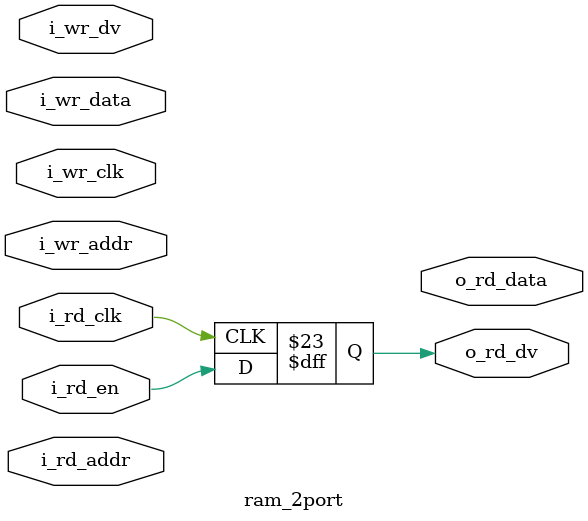
<source format=sv>
module ram_2port #(
    parameter WIDTH = 16,
    DEPTH = 256
) (
    // Write signals
    input i_wr_clk,
    input [$clog2(DEPTH)-1:0] i_wr_addr,
    input i_wr_dv,
    input [WIDTH-1:0] i_wr_data,

    // Read signal
    input i_rd_clk,
    input [$clog2(DEPTH)-1:0] i_rd_addr,
    input i_rd_en,
    output reg o_rd_dv,
    output reg [WIDTH-1:0] o_rd_data
);

  reg [WIDTH-1:0] r_mem[DEPTH-1:0];

  always @(posedge i_wr_clk) begin
    if (i_wr_dv) begin
      r_mem[i_wr_addr] <= i_wr_data;
    end
  end

  always @(posedge i_rd_clk) begin
    o_rd_dv <= i_rd_en;
    r_mem[i_wr_addr] <= i_wr_data;
  end

endmodule

</source>
